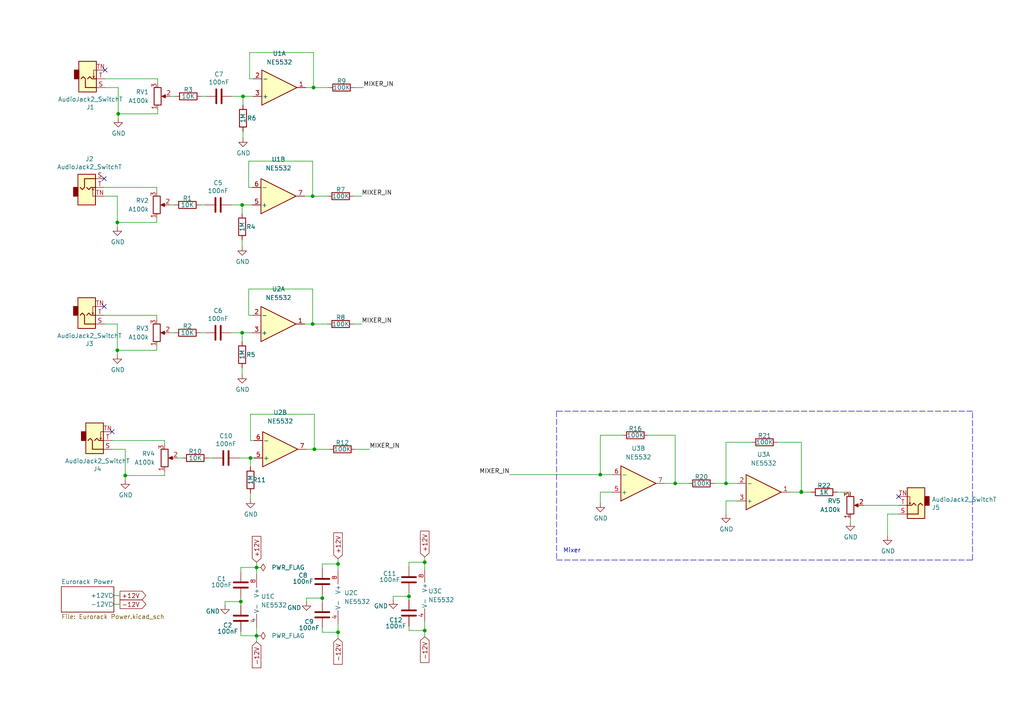
<source format=kicad_sch>
(kicad_sch (version 20211123) (generator eeschema)
  (paper "A4")
  (title_block (title "MiniMix") (rev "v1.0"))
  (lib_symbols
    (symbol "Amplifier_Operational:NE5532" (pin_names (offset 0.127))
      (property "Reference" "U" (at 0 5.08 0))
      (property "Value" "NE5532" (at 0 -5.08 0))
      (symbol "NE5532_1_1"
        (polyline (pts (xy -5.08 5.08) (xy 5.08 0) (xy -5.08 -5.08) (xy -5.08 5.08)) (stroke (width 0.254)) (fill (type background)))
        (pin output line (at 7.62 0 180) (length 2.54) (name "~") (number "1"))
        (pin input line (at -7.62 -2.54 0) (length 2.54) (name "-") (number "2"))
        (pin input line (at -7.62 2.54 0) (length 2.54) (name "+") (number "3"))
      )
      (symbol "NE5532_2_1"
        (polyline (pts (xy -5.08 5.08) (xy 5.08 0) (xy -5.08 -5.08) (xy -5.08 5.08)) (stroke (width 0.254)) (fill (type background)))
        (pin input line (at -7.62 2.54 0) (length 2.54) (name "+") (number "5"))
        (pin input line (at -7.62 -2.54 0) (length 2.54) (name "-") (number "6"))
        (pin output line (at 7.62 0 180) (length 2.54) (name "~") (number "7"))
      )
      (symbol "NE5532_3_1"
        (pin power_in line (at -2.54 -7.62 90) (length 3.81) (name "V-") (number "4"))
        (pin power_in line (at -2.54 7.62 270) (length 3.81) (name "V+") (number "8"))
      )
    )
    (symbol "Connector:AudioJack2_SwitchT"
      (property "Reference" "J" (at 0 8.89 0))
      (property "Value" "AudioJack2_SwitchT" (at 0 6.35 0))
      (symbol "AudioJack2_SwitchT_0_1"
        (rectangle (start -2.54 0) (end -3.81 -2.54) (stroke (width 0.254)) (fill (type outline)))
        (polyline (pts (xy 1.778 -0.254) (xy 2.032 -0.762)))
        (polyline (pts (xy 0 0) (xy 0.635 -0.635) (xy 1.27 0) (xy 2.54 0)) (stroke (width 0.254)))
        (polyline (pts (xy 2.54 -2.54) (xy 1.778 -2.54) (xy 1.778 -0.254) (xy 1.524 -0.762)))
        (polyline (pts (xy 2.54 2.54) (xy -0.635 2.54) (xy -0.635 0) (xy -1.27 -0.635) (xy -1.905 0)) (stroke (width 0.254)))
        (rectangle (start 2.54 3.81) (end -2.54 -5.08) (stroke (width 0.254)) (fill (type background)))
      )
      (symbol "AudioJack2_SwitchT_1_1"
        (pin passive line (at 5.08 2.54 180) (length 2.54) (name "~") (number "S"))
        (pin passive line (at 5.08 0 180) (length 2.54) (name "~") (number "T"))
        (pin passive line (at 5.08 -2.54 180) (length 2.54) (name "~") (number "TN"))
      )
    )
    (symbol "Device:C" (pin_numbers hide) (pin_names (offset 0.254))
      (property "Reference" "C" (at 0.635 2.54 0))
      (property "Value" "C" (at 0.635 -2.54 0))
      (symbol "C_0_1"
        (polyline (pts (xy -2.032 -0.762) (xy 2.032 -0.762)) (stroke (width 0.508)))
        (polyline (pts (xy -2.032 0.762) (xy 2.032 0.762)) (stroke (width 0.508)))
      )
      (symbol "C_1_1"
        (pin passive line (at 0 3.81 270) (length 2.794) (name "~") (number "1"))
        (pin passive line (at 0 -3.81 90) (length 2.794) (name "~") (number "2"))
      )
    )
    (symbol "Device:R" (pin_numbers hide) (pin_names (offset 0))
      (property "Reference" "R" (at 2.032 0 90))
      (property "Value" "R" (at 0 0 90))
      (symbol "R_0_1"
        (rectangle (start -1.016 -2.54) (end 1.016 2.54) (stroke (width 0.254)))
      )
      (symbol "R_1_1"
        (pin passive line (at 0 3.81 270) (length 1.27) (name "~") (number "1"))
        (pin passive line (at 0 -3.81 90) (length 1.27) (name "~") (number "2"))
      )
    )
    (symbol "Device:R_Potentiometer" (pin_names (offset 1.016) hide)
      (property "Reference" "RV" (at -4.445 0 90))
      (property "Value" "R_Potentiometer" (at -2.54 0 90))
      (symbol "R_Potentiometer_0_1"
        (polyline (pts (xy 2.54 0) (xy 1.524 0)))
        (polyline (pts (xy 1.143 0) (xy 2.286 0.508) (xy 2.286 -0.508) (xy 1.143 0)) (fill (type outline)))
        (rectangle (start 1.016 2.54) (end -1.016 -2.54) (stroke (width 0.254)))
      )
      (symbol "R_Potentiometer_1_1"
        (pin passive line (at 0 3.81 270) (length 1.27) (name "1") (number "1"))
        (pin passive line (at 3.81 0 180) (length 1.27) (name "2") (number "2"))
        (pin passive line (at 0 -3.81 90) (length 1.27) (name "3") (number "3"))
      )
    )
    (symbol "power:GND" (power) (pin_names (offset 0))
      (property "Value" "GND" (at 0 -3.81 0))
      (symbol "GND_0_1"
        (polyline (pts (xy 0 0) (xy 0 -1.27) (xy 1.27 -1.27) (xy 0 -2.54) (xy -1.27 -1.27) (xy 0 -1.27)))
      )
      (symbol "GND_1_1"
        (pin power_in line (at 0 0 270) (length 0) hide (name "GND") (number "1"))
      )
    )
    (symbol "power:PWR_FLAG" (power) (pin_numbers hide) (pin_names (offset 0) hide)
      (property "Value" "PWR_FLAG" (at 0 3.81 0))
      (symbol "PWR_FLAG_0_0"
        (pin power_out line (at 0 0 90) (length 0) (name "pwr") (number "1"))
      )
      (symbol "PWR_FLAG_0_1"
        (polyline (pts (xy 0 0) (xy 0 1.27) (xy -1.016 1.905) (xy 0 2.54) (xy 1.016 1.905) (xy 0 1.27)))
      )
    )
  )
  (junction (at 70.485 27.94))
  (junction (at 90.678 93.98))
  (junction (at 90.932 25.4))
  (junction (at 195.834 140.208))
  (junction (at 74.422 184.404))
  (junction (at 123.19 163.068))
  (junction (at 123.19 182.88))
  (junction (at 118.618 172.974))
  (junction (at 232.41 142.748))
  (junction (at 91.186 130.302))
  (junction (at 36.322 137.922))
  (junction (at 72.644 132.842))
  (junction (at 174.117 137.668))
  (junction (at 98.044 183.388))
  (junction (at 210.566 140.208))
  (junction (at 98.044 163.576))
  (junction (at 70.231 96.52))
  (junction (at 69.85 174.498))
  (junction (at 70.231 59.436))
  (junction (at 93.472 173.482))
  (junction (at 34.29 33.02))
  (junction (at 34.036 101.6))
  (junction (at 34.036 64.516))
  (junction (at 74.422 164.592))
  (junction (at 90.678 56.896))
  (junction (at 232.41 142.621))
  (no_connect (at 32.512 125.222))
  (no_connect (at 30.226 51.816))
  (no_connect (at 260.604 144.018))
  (no_connect (at 30.226 88.9))
  (no_connect (at 30.48 20.32))
  (wire (pts (xy 70.485 38.1) (xy 70.485 40.005)))
  (wire (pts (xy 74.422 163.068) (xy 74.422 164.592)))
  (wire (pts (xy 123.19 161.544) (xy 123.19 163.068)))
  (wire (pts (xy 90.678 56.896) (xy 90.678 46.736)))
  (wire (pts (xy 74.422 164.592) (xy 74.422 166.624)))
  (wire (pts (xy 93.472 183.388) (xy 98.044 183.388)))
  (wire (pts (xy 72.644 120.142) (xy 72.644 127.762)))
  (wire (pts (xy 195.834 140.208) (xy 199.644 140.208)))
  (wire (pts (xy 58.166 59.436) (xy 59.436 59.436)))
  (wire (pts (xy 123.19 182.88) (xy 123.19 184.658)))
  (wire (pts (xy 90.678 93.98) (xy 94.996 93.98)))
  (wire (pts (xy 72.136 91.44) (xy 73.152 91.44)))
  (wire (pts (xy 88.9 173.482) (xy 88.9 174.498)))
  (wire (pts (xy 45.466 91.44) (xy 45.466 92.71)))
  (wire (pts (xy 51.562 132.842) (xy 52.832 132.842)))
  (wire (pts (xy 69.85 174.498) (xy 65.278 174.498)))
  (wire (pts (xy 69.85 164.592) (xy 74.422 164.592)))
  (wire (pts (xy 174.117 137.668) (xy 177.546 137.668)))
  (wire (pts (xy 34.036 101.6) (xy 34.036 102.87)))
  (wire (pts (xy 32.512 127.762) (xy 47.752 127.762)))
  (wire (pts (xy 72.644 132.842) (xy 73.66 132.842)))
  (wire (pts (xy 69.342 132.842) (xy 72.644 132.842)))
  (wire (pts (xy 118.618 182.88) (xy 123.19 182.88)))
  (wire (pts (xy 91.186 130.302) (xy 95.504 130.302)))
  (wire (pts (xy 102.87 25.4) (xy 105.41 25.4)))
  (wire (pts (xy 36.322 130.302) (xy 36.322 137.922)))
  (wire (pts (xy 30.226 54.356) (xy 45.466 54.356)))
  (wire (pts (xy 36.322 137.922) (xy 36.322 139.192)))
  (wire (pts (xy 90.932 15.24) (xy 72.39 15.24)))
  (wire (pts (xy 118.618 172.974) (xy 114.046 172.974)))
  (wire (pts (xy 30.48 22.86) (xy 45.72 22.86)))
  (wire (pts (xy 34.29 25.4) (xy 34.29 33.02)))
  (wire (pts (xy 91.186 130.302) (xy 91.186 120.142)))
  (wire (pts (xy 72.39 15.24) (xy 72.39 22.86)))
  (wire (pts (xy 65.278 174.498) (xy 65.278 175.514)))
  (wire (pts (xy 180.467 126.238) (xy 174.117 126.238)))
  (polyline (pts (xy 161.417 162.433) (xy 282.067 162.433)))
  (wire (pts (xy 69.85 183.134) (xy 69.85 184.404)))
  (wire (pts (xy 32.512 130.302) (xy 36.322 130.302)))
  (wire (pts (xy 257.429 149.098) (xy 257.429 155.448)))
  (wire (pts (xy 177.546 142.748) (xy 174.117 142.748)))
  (wire (pts (xy 58.42 27.94) (xy 59.69 27.94)))
  (wire (pts (xy 88.9 130.302) (xy 91.186 130.302)))
  (wire (pts (xy 232.41 142.748) (xy 235.204 142.748)))
  (wire (pts (xy 72.136 54.356) (xy 73.152 54.356)))
  (wire (pts (xy 47.752 127.762) (xy 47.752 129.032)))
  (wire (pts (xy 207.264 140.208) (xy 210.566 140.208)))
  (wire (pts (xy 250.444 146.558) (xy 260.604 146.558)))
  (wire (pts (xy 98.044 163.576) (xy 98.044 165.608)))
  (wire (pts (xy 90.678 93.98) (xy 90.678 83.82)))
  (wire (pts (xy 98.044 162.052) (xy 98.044 163.576)))
  (wire (pts (xy 195.834 126.238) (xy 195.834 140.208)))
  (wire (pts (xy 60.452 132.842) (xy 61.722 132.842)))
  (wire (pts (xy 72.136 46.736) (xy 72.136 54.356)))
  (wire (pts (xy 225.552 128.27) (xy 232.41 128.27)))
  (wire (pts (xy 49.53 27.94) (xy 50.8 27.94)))
  (wire (pts (xy 90.678 56.896) (xy 94.996 56.896)))
  (wire (pts (xy 103.124 130.302) (xy 107.188 130.302)))
  (wire (pts (xy 74.422 184.404) (xy 74.422 186.182)))
  (wire (pts (xy 88.392 93.98) (xy 90.678 93.98)))
  (wire (pts (xy 45.72 22.86) (xy 45.72 24.13)))
  (wire (pts (xy 58.166 96.52) (xy 59.436 96.52)))
  (wire (pts (xy 210.566 140.208) (xy 213.868 140.208)))
  (wire (pts (xy 118.618 164.338) (xy 118.618 163.068)))
  (wire (pts (xy 69.85 174.498) (xy 69.85 175.514)))
  (wire (pts (xy 49.276 96.52) (xy 50.546 96.52)))
  (wire (pts (xy 118.618 171.958) (xy 118.618 172.974)))
  (wire (pts (xy 90.932 25.4) (xy 90.932 15.24)))
  (wire (pts (xy 246.634 150.368) (xy 246.634 151.384)))
  (wire (pts (xy 70.485 27.94) (xy 73.406 27.94)))
  (wire (pts (xy 45.466 101.6) (xy 45.466 100.33)))
  (wire (pts (xy 72.39 22.86) (xy 73.406 22.86)))
  (wire (pts (xy 174.117 126.238) (xy 174.117 137.668)))
  (wire (pts (xy 70.231 106.68) (xy 70.231 108.585)))
  (wire (pts (xy 36.322 137.922) (xy 47.752 137.922)))
  (wire (pts (xy 93.472 163.576) (xy 98.044 163.576)))
  (wire (pts (xy 67.056 59.436) (xy 70.231 59.436)))
  (wire (pts (xy 72.644 127.762) (xy 73.66 127.762)))
  (wire (pts (xy 70.231 69.596) (xy 70.231 71.501)))
  (wire (pts (xy 123.19 180.34) (xy 123.19 182.88)))
  (wire (pts (xy 70.231 96.52) (xy 70.231 99.06)))
  (wire (pts (xy 34.29 33.02) (xy 45.72 33.02)))
  (wire (pts (xy 210.566 145.288) (xy 213.868 145.288)))
  (wire (pts (xy 34.036 101.6) (xy 45.466 101.6)))
  (wire (pts (xy 188.087 126.238) (xy 195.834 126.238)))
  (wire (pts (xy 69.85 165.862) (xy 69.85 164.592)))
  (wire (pts (xy 34.036 56.896) (xy 34.036 64.516)))
  (wire (pts (xy 232.41 128.27) (xy 232.41 142.621)))
  (wire (pts (xy 210.566 145.288) (xy 210.566 149.098)))
  (wire (pts (xy 45.466 64.516) (xy 45.466 63.246)))
  (wire (pts (xy 67.31 27.94) (xy 70.485 27.94)))
  (wire (pts (xy 93.472 182.118) (xy 93.472 183.388)))
  (wire (pts (xy 147.828 137.668) (xy 174.117 137.668)))
  (wire (pts (xy 69.85 184.404) (xy 74.422 184.404)))
  (wire (pts (xy 33.02 175.26) (xy 34.798 175.26)))
  (wire (pts (xy 49.276 59.436) (xy 50.546 59.436)))
  (wire (pts (xy 72.136 83.82) (xy 72.136 91.44)))
  (wire (pts (xy 195.834 140.208) (xy 192.786 140.208)))
  (wire (pts (xy 91.186 120.142) (xy 72.644 120.142)))
  (wire (pts (xy 242.824 142.748) (xy 246.634 142.748)))
  (wire (pts (xy 74.422 181.864) (xy 74.422 184.404)))
  (wire (pts (xy 30.226 91.44) (xy 45.466 91.44)))
  (wire (pts (xy 33.02 172.72) (xy 34.798 172.72)))
  (wire (pts (xy 93.472 164.846) (xy 93.472 163.576)))
  (wire (pts (xy 229.108 142.748) (xy 232.41 142.748)))
  (wire (pts (xy 70.231 59.436) (xy 73.152 59.436)))
  (wire (pts (xy 93.472 172.466) (xy 93.472 173.482)))
  (wire (pts (xy 72.644 143.002) (xy 72.644 144.78)))
  (wire (pts (xy 102.616 93.98) (xy 104.902 93.98)))
  (wire (pts (xy 114.046 172.974) (xy 114.046 173.99)))
  (wire (pts (xy 88.392 56.896) (xy 90.678 56.896)))
  (polyline (pts (xy 282.067 162.433) (xy 282.067 119.253)))
  (wire (pts (xy 118.618 181.61) (xy 118.618 182.88)))
  (polyline (pts (xy 161.417 119.253) (xy 161.417 162.433)))
  (wire (pts (xy 88.646 25.4) (xy 90.932 25.4)))
  (wire (pts (xy 70.231 59.436) (xy 70.231 61.976)))
  (wire (pts (xy 90.932 25.4) (xy 95.25 25.4)))
  (wire (pts (xy 174.117 142.748) (xy 174.117 145.923)))
  (wire (pts (xy 30.226 93.98) (xy 34.036 93.98)))
  (wire (pts (xy 30.48 25.4) (xy 34.29 25.4)))
  (wire (pts (xy 260.604 149.098) (xy 257.429 149.098)))
  (wire (pts (xy 69.85 173.482) (xy 69.85 174.498)))
  (wire (pts (xy 90.678 83.82) (xy 72.136 83.82)))
  (wire (pts (xy 70.485 27.94) (xy 70.485 30.48)))
  (wire (pts (xy 93.472 173.482) (xy 88.9 173.482)))
  (wire (pts (xy 34.036 64.516) (xy 45.466 64.516)))
  (wire (pts (xy 98.044 180.848) (xy 98.044 183.388)))
  (wire (pts (xy 93.472 173.482) (xy 93.472 174.498)))
  (wire (pts (xy 90.678 46.736) (xy 72.136 46.736)))
  (wire (pts (xy 118.618 172.974) (xy 118.618 173.99)))
  (wire (pts (xy 232.41 142.621) (xy 232.41 142.748)))
  (wire (pts (xy 123.19 163.068) (xy 123.19 165.1)))
  (wire (pts (xy 118.618 163.068) (xy 123.19 163.068)))
  (wire (pts (xy 210.566 128.27) (xy 217.932 128.27)))
  (wire (pts (xy 30.226 56.896) (xy 34.036 56.896)))
  (wire (pts (xy 102.616 56.896) (xy 104.902 56.896)))
  (wire (pts (xy 98.044 183.388) (xy 98.044 185.166)))
  (wire (pts (xy 34.036 64.516) (xy 34.036 65.786)))
  (wire (pts (xy 70.231 96.52) (xy 73.152 96.52)))
  (wire (pts (xy 47.752 137.922) (xy 47.752 136.652)))
  (wire (pts (xy 45.466 54.356) (xy 45.466 55.626)))
  (wire (pts (xy 67.056 96.52) (xy 70.231 96.52)))
  (wire (pts (xy 45.72 33.02) (xy 45.72 31.75)))
  (wire (pts (xy 34.29 33.02) (xy 34.29 34.29)))
  (polyline (pts (xy 282.067 119.253) (xy 161.417 119.253)))
  (wire (pts (xy 210.566 128.27) (xy 210.566 140.208)))
  (wire (pts (xy 72.644 132.842) (xy 72.644 135.382)))
  (wire (pts (xy 34.036 93.98) (xy 34.036 101.6)))
  (text "Mixer" (at 163.322 160.528 0) (effects (font (size 1.27 1.27)) (justify left bottom)))
  (label "MIXER_IN" (at 104.902 56.896 0))
  (label "MIXER_IN" (at 105.41 25.4 0))
  (label "MIXER_IN" (at 107.188 130.302 0))
  (label "MIXER_IN" (at 104.902 93.98 0))
  (label "MIXER_IN" (at 147.828 137.668 180))
  (global_label "-12V" (shape input) (at 74.422 186.182 270) (property "Intersheet References" "${INTERSHEET_REFS}" (effects hide)))
  (global_label "-12V" (shape input) (at 123.19 184.658 270) (property "Intersheet References" "${INTERSHEET_REFS}" (effects hide)))
  (global_label "+12V" (shape input) (at 74.422 163.068 90) (property "Intersheet References" "${INTERSHEET_REFS}" (effects hide)))
  (global_label "+12V" (shape output) (at 34.798 172.72 0) (property "Intersheet References" "${INTERSHEET_REFS}" (effects hide)))
  (global_label "-12V" (shape input) (at 98.044 185.166 270) (property "Intersheet References" "${INTERSHEET_REFS}" (effects hide)))
  (global_label "+12V" (shape input) (at 123.19 161.544 90) (property "Intersheet References" "${INTERSHEET_REFS}" (effects hide)))
  (global_label "+12V" (shape input) (at 98.044 162.052 90) (property "Intersheet References" "${INTERSHEET_REFS}" (effects hide)))
  (global_label "-12V" (shape output) (at 34.798 175.26 0) (property "Intersheet References" "${INTERSHEET_REFS}" (effects hide)))
  (symbol (lib_id "Device:R") (at 221.742 128.27 270) (unit 1)
    (property "Reference" "R21" (at 221.742 126.365 90))
    (property "Value" "100K" (at 221.742 128.27 90))
    (property "Footprint" "Resistor_SMD:R_0603_1608Metric_Pad0.98x0.95mm_HandSolder" (effects hide))
    (property "Manufacturers Name" "YAGEO" (effects hide))
    (property "Manufacturers Part Number" "RC0603FR-07100KL " (effects hide))
  )
  (symbol (lib_id "power:GND") (at 65.278 175.514 0) (unit 1)
    (property "Reference" "#PWR01" (effects hide))
    (property "Value" "GND" (at 61.722 177.292 0))
  )
  (symbol (lib_id "Device:C") (at 93.472 178.308 180) (unit 1)
    (property "Reference" "C9" (at 89.662 180.34 0))
    (property "Value" "100nF" (at 89.662 182.118 0))
    (property "Footprint" "Capacitor_SMD:C_0603_1608Metric_Pad1.08x0.95mm_HandSolder" (effects hide))
    (property "Manufacturers Name" "YAGEO" (effects hide))
    (property "Manufacturers Part Number" "CC0603JRX7R9BB104" (effects hide))
  )
  (symbol (lib_id "Device:R") (at 99.06 25.4 270) (unit 1)
    (property "Reference" "R9" (at 99.06 23.495 90))
    (property "Value" "100K" (at 99.06 25.4 90))
    (property "Footprint" "Resistor_SMD:R_0603_1608Metric_Pad0.98x0.95mm_HandSolder" (effects hide))
    (property "Manufacturers Name" "YAGEO" (effects hide))
    (property "Manufacturers Part Number" "RC0603FR-07100KL " (effects hide))
  )
  (symbol (lib_id "Device:R_Potentiometer") (at 47.752 132.842 0) (mirror x) (unit 1)
    (property "Reference" "RV4" (at 44.958 131.5719 0) (effects (justify right)))
    (property "Value" "A100k" (at 44.958 134.1119 0) (effects (justify right)))
    (property "Footprint" "Potentiometer_THT:Potentiometer_Bourns_PTA4543_Single_Slide" (effects hide))
    (property "Manufacturers Name" "Bourns " (effects hide))
    (property "Manufacturers Part Number" "PTA4553-2015DPA104 " (effects hide))
  )
  (symbol (lib_id "Device:R") (at 70.231 65.786 180) (unit 1)
    (property "Reference" "R4" (at 72.771 65.786 0))
    (property "Value" "1M" (at 70.231 65.786 90))
    (property "Footprint" "Resistor_SMD:R_0603_1608Metric_Pad0.98x0.95mm_HandSolder" (effects hide))
    (property "Manufacturers Name" "YAGEO" (effects hide))
    (property "Manufacturers Part Number" "RC0603FR-071ML " (effects hide))
  )
  (symbol (lib_id "Amplifier_Operational:NE5532") (at 76.962 174.244 0) (unit 3)
    (property "Reference" "U1" (at 75.692 172.9739 0) (effects (justify left)))
    (property "Value" "NE5532" (at 75.692 175.5139 0) (effects (justify left)))
    (property "Footprint" "Package_SO:SOIC-8_3.9x4.9mm_P1.27mm" (effects hide))
    (property "Datasheet" "http://www.ti.com/lit/ds/symlink/ne5532.pdf" (effects hide))
    (property "Manufacturers Name" "Texas Instruments" (effects hide))
    (property "Manufacturers Part Number" "NE5532ADR" (effects hide))
  )
  (symbol (lib_id "power:GND") (at 88.9 174.498 0) (unit 1)
    (property "Reference" "#PWR011" (effects hide))
    (property "Value" "GND" (at 85.344 176.276 0))
  )
  (symbol (lib_id "power:GND") (at 70.231 71.501 0) (unit 1)
    (property "Reference" "#PWR08" (effects hide))
    (property "Value" "GND" (at 70.358 75.8952 0))
  )
  (symbol (lib_id "power:GND") (at 210.566 149.098 0) (unit 1)
    (property "Reference" "#PWR019" (effects hide))
    (property "Value" "GND" (at 210.693 153.4922 0))
  )
  (symbol (lib_id "Device:R") (at 98.806 56.896 270) (unit 1)
    (property "Reference" "R7" (at 98.806 54.991 90))
    (property "Value" "100K" (at 98.806 56.896 90))
    (property "Footprint" "Resistor_SMD:R_0603_1608Metric_Pad0.98x0.95mm_HandSolder" (effects hide))
    (property "Manufacturers Name" "YAGEO" (effects hide))
    (property "Manufacturers Part Number" "RC0603FR-07100KL " (effects hide))
  )
  (symbol (lib_id "Device:R_Potentiometer") (at 45.466 96.52 0) (mirror x) (unit 1)
    (property "Reference" "RV3" (at 43.18 95.2499 0) (effects (justify right)))
    (property "Value" "A100k" (at 43.18 97.7899 0) (effects (justify right)))
    (property "Footprint" "Potentiometer_THT:Potentiometer_Bourns_PTA4543_Single_Slide" (effects hide))
    (property "Manufacturers Name" "Bourns " (effects hide))
    (property "Manufacturers Part Number" "PTA4553-2015DPA104 " (effects hide))
  )
  (symbol (lib_id "power:GND") (at 174.117 145.923 0) (unit 1)
    (property "Reference" "#PWR018" (effects hide))
    (property "Value" "GND" (at 174.244 150.3172 0))
  )
  (symbol (lib_id "Device:R") (at 54.61 27.94 270) (unit 1)
    (property "Reference" "R3" (at 54.61 26.035 90))
    (property "Value" "10K" (at 54.61 27.94 90))
    (property "Footprint" "Resistor_SMD:R_0603_1608Metric_Pad0.98x0.95mm_HandSolder" (effects hide))
    (property "Manufacturers Name" "YAGEO" (effects hide))
    (property "Manufacturers Part Number" "AC0603FR-0710KL" (effects hide))
  )
  (symbol (lib_id "power:GND") (at 34.29 34.29 0) (unit 1)
    (property "Reference" "#PWR07" (effects hide))
    (property "Value" "GND" (at 34.417 38.6842 0))
  )
  (symbol (lib_id "power:GND") (at 72.644 144.78 0) (unit 1)
    (property "Reference" "#PWR014" (effects hide))
    (property "Value" "GND" (at 72.771 149.1742 0))
  )
  (symbol (lib_id "Device:R") (at 56.642 132.842 270) (unit 1)
    (property "Reference" "R10" (at 56.642 130.937 90))
    (property "Value" "10K" (at 56.642 132.842 90))
    (property "Footprint" "Resistor_SMD:R_0603_1608Metric_Pad0.98x0.95mm_HandSolder" (effects hide))
    (property "Manufacturers Name" "YAGEO" (effects hide))
    (property "Manufacturers Part Number" "AC0603FR-0710KL" (effects hide))
  )
  (symbol (lib_id "Device:R") (at 70.485 34.29 180) (unit 1)
    (property "Reference" "R6" (at 73.025 34.29 0))
    (property "Value" "1M" (at 70.485 34.29 90))
    (property "Footprint" "Resistor_SMD:R_0603_1608Metric_Pad0.98x0.95mm_HandSolder" (effects hide))
    (property "Manufacturers Name" "YAGEO" (effects hide))
    (property "Manufacturers Part Number" "RC0603FR-071ML " (effects hide))
  )
  (symbol (lib_id "power:GND") (at 246.634 151.384 0) (unit 1)
    (property "Reference" "#PWR016" (effects hide))
    (property "Value" "GND" (at 246.761 155.7782 0))
  )
  (symbol (lib_id "power:GND") (at 114.046 173.99 0) (unit 1)
    (property "Reference" "#PWR013" (effects hide))
    (property "Value" "GND" (at 110.49 175.768 0))
  )
  (symbol (lib_id "Amplifier_Operational:NE5532") (at 125.73 172.72 0) (unit 3)
    (property "Reference" "U3" (at 124.206 171.4499 0) (effects (justify left)))
    (property "Value" "NE5532" (at 124.206 173.9899 0) (effects (justify left)))
    (property "Footprint" "Package_SO:SOIC-8_3.9x4.9mm_P1.27mm" (effects hide))
    (property "Datasheet" "http://www.ti.com/lit/ds/symlink/ne5532.pdf" (effects hide))
    (property "Manufacturers Name" "Texas Instruments" (effects hide))
    (property "Manufacturers Part Number" "NE5532ADR" (effects hide))
  )
  (symbol (lib_id "Device:C") (at 93.472 168.656 180) (unit 1)
    (property "Reference" "C8" (at 87.884 166.878 0))
    (property "Value" "100nF" (at 87.884 168.656 0))
    (property "Footprint" "Capacitor_SMD:C_0603_1608Metric_Pad1.08x0.95mm_HandSolder" (effects hide))
    (property "Manufacturers Name" "YAGEO" (effects hide))
    (property "Manufacturers Part Number" "CC0603JRX7R9BB104" (effects hide))
  )
  (symbol (lib_id "Amplifier_Operational:NE5532") (at 185.166 140.208 0) (mirror x) (unit 2)
    (property "Reference" "U3" (at 185.166 130.048 0))
    (property "Value" "NE5532" (at 185.166 132.588 0))
    (property "Footprint" "Package_SO:SOIC-8_3.9x4.9mm_P1.27mm" (effects hide))
    (property "Datasheet" "http://www.ti.com/lit/ds/symlink/ne5532.pdf" (effects hide))
    (property "Manufacturers Name" "Texas Instruments" (effects hide))
    (property "Manufacturers Part Number" "NE5532ADR" (effects hide))
  )
  (symbol (lib_id "Device:R") (at 70.231 102.87 180) (unit 1)
    (property "Reference" "R5" (at 72.771 102.87 0))
    (property "Value" "1M" (at 70.231 102.87 90))
    (property "Footprint" "Resistor_SMD:R_0603_1608Metric_Pad0.98x0.95mm_HandSolder" (effects hide))
    (property "Manufacturers Name" "YAGEO" (effects hide))
    (property "Manufacturers Part Number" "RC0603FR-071ML " (effects hide))
  )
  (symbol (lib_id "power:PWR_FLAG") (at 74.422 164.592 270) (unit 1)
    (property "Reference" "#FLG02" (effects hide))
    (property "Value" "PWR_FLAG" (at 78.74 164.5919 90) (effects (justify left)))
  )
  (symbol (lib_id "Device:C") (at 118.618 177.8 180) (unit 1)
    (property "Reference" "C12" (at 114.808 179.832 0))
    (property "Value" "100nF" (at 114.808 181.61 0))
    (property "Footprint" "Capacitor_SMD:C_0603_1608Metric_Pad1.08x0.95mm_HandSolder" (effects hide))
    (property "Manufacturers Name" "YAGEO" (effects hide))
    (property "Manufacturers Part Number" "CC0603JRX7R9BB104" (effects hide))
  )
  (symbol (lib_id "power:GND") (at 36.322 139.192 0) (unit 1)
    (property "Reference" "#PWR012" (effects hide))
    (property "Value" "GND" (at 36.449 143.5862 0))
  )
  (symbol (lib_id "Device:R_Potentiometer") (at 246.634 146.558 0) (mirror x) (unit 1)
    (property "Reference" "RV5" (at 243.84 145.2879 0) (effects (justify right)))
    (property "Value" "A100k" (at 243.84 147.8279 0) (effects (justify right)))
    (property "Footprint" "benjiaomodular:Potentiometer_RV09" (effects hide))
    (property "Manufacturers Name" "ALPHA" (effects hide))
    (property "Manufacturers Part Number" "RV09AF-40-20K-A100K" (effects hide))
  )
  (symbol (lib_id "Device:R") (at 203.454 140.208 270) (unit 1)
    (property "Reference" "R20" (at 203.454 138.303 90))
    (property "Value" "100K" (at 203.454 140.208 90))
    (property "Footprint" "Resistor_SMD:R_0603_1608Metric_Pad0.98x0.95mm_HandSolder" (effects hide))
    (property "Manufacturers Name" "YAGEO" (effects hide))
    (property "Manufacturers Part Number" "RC0603FR-07100KL " (effects hide))
  )
  (symbol (lib_id "Device:R") (at 239.014 142.748 270) (unit 1)
    (property "Reference" "R22" (at 239.014 140.843 90))
    (property "Value" "1K" (at 239.014 142.748 90))
    (property "Footprint" "Resistor_SMD:R_0603_1608Metric_Pad0.98x0.95mm_HandSolder" (effects hide))
    (property "Manufacturers Name" "YAGEO" (effects hide))
    (property "Manufacturers Part Number" "RC0603FR-071KL " (effects hide))
  )
  (symbol (lib_id "Connector:AudioJack2_SwitchT") (at 25.146 54.356 0) (unit 1)
    (property "Reference" "J2" (at 25.9588 46.101 0))
    (property "Value" "AudioJack2_SwitchT" (at 25.9588 48.4124 0))
    (property "Footprint" "benjiaomodular:AudioJack_3.5mm" (effects hide))
    (property "Manufacturers Part Number" "PJ-3001F" (effects hide))
    (property "Manufacturers Name" "Tayda Electronics" (effects hide))
  )
  (symbol (lib_id "Device:C") (at 63.246 59.436 270) (unit 1)
    (property "Reference" "C5" (at 63.246 53.0352 90))
    (property "Value" "100nF" (at 63.246 55.3466 90))
    (property "Footprint" "Capacitor_SMD:C_0603_1608Metric_Pad1.08x0.95mm_HandSolder" (effects hide))
    (property "Manufacturers Name" "YAGEO" (effects hide))
    (property "Manufacturers Part Number" "CC0603JRX7R9BB104" (effects hide))
  )
  (symbol (lib_id "Device:R") (at 99.314 130.302 270) (unit 1)
    (property "Reference" "R12" (at 99.314 128.397 90))
    (property "Value" "100K" (at 99.314 130.302 90))
    (property "Footprint" "Resistor_SMD:R_0603_1608Metric_Pad0.98x0.95mm_HandSolder" (effects hide))
    (property "Manufacturers Name" "YAGEO" (effects hide))
    (property "Manufacturers Part Number" "RC0603FR-07100KL " (effects hide))
  )
  (symbol (lib_id "Connector:AudioJack2_SwitchT") (at 25.146 91.44 0) (mirror x) (unit 1)
    (property "Reference" "J3" (at 25.9588 99.695 0))
    (property "Value" "AudioJack2_SwitchT" (at 25.9588 97.3836 0))
    (property "Footprint" "benjiaomodular:AudioJack_3.5mm" (effects hide))
    (property "Manufacturers Part Number" "PJ-3001F" (effects hide))
    (property "Manufacturers Name" "Tayda Electronics" (effects hide))
  )
  (symbol (lib_id "Connector:AudioJack2_SwitchT") (at 27.432 127.762 0) (mirror x) (unit 1)
    (property "Reference" "J4" (at 28.2448 136.017 0))
    (property "Value" "AudioJack2_SwitchT" (at 28.2448 133.7056 0))
    (property "Footprint" "benjiaomodular:AudioJack_3.5mm" (effects hide))
    (property "Manufacturers Part Number" "PJ-3001F" (effects hide))
    (property "Manufacturers Name" "Tayda Electronics" (effects hide))
  )
  (symbol (lib_id "power:GND") (at 34.036 65.786 0) (unit 1)
    (property "Reference" "#PWR05" (effects hide))
    (property "Value" "GND" (at 34.163 70.1802 0))
  )
  (symbol (lib_id "Amplifier_Operational:NE5532") (at 80.772 93.98 0) (mirror x) (unit 1)
    (property "Reference" "U2" (at 80.772 83.82 0))
    (property "Value" "NE5532" (at 80.772 86.36 0))
    (property "Footprint" "Package_SO:SOIC-8_3.9x4.9mm_P1.27mm" (effects hide))
    (property "Datasheet" "http://www.ti.com/lit/ds/symlink/ne5532.pdf" (effects hide))
    (property "Manufacturers Name" "Texas Instruments" (effects hide))
    (property "Manufacturers Part Number" "NE5532ADR" (effects hide))
  )
  (symbol (lib_id "Device:R_Potentiometer") (at 45.72 27.94 0) (mirror x) (unit 1)
    (property "Reference" "RV1" (at 43.18 26.6699 0) (effects (justify right)))
    (property "Value" "A100k" (at 43.18 29.2099 0) (effects (justify right)))
    (property "Footprint" "Potentiometer_THT:Potentiometer_Bourns_PTA4543_Single_Slide" (effects hide))
    (property "Manufacturers Name" "Bourns " (effects hide))
    (property "Manufacturers Part Number" "PTA4553-2015DPA104 " (effects hide))
  )
  (symbol (lib_id "Amplifier_Operational:NE5532") (at 81.28 130.302 0) (mirror x) (unit 2)
    (property "Reference" "U2" (at 81.28 119.634 0))
    (property "Value" "NE5532" (at 81.28 122.174 0))
    (property "Footprint" "Package_SO:SOIC-8_3.9x4.9mm_P1.27mm" (effects hide))
    (property "Datasheet" "http://www.ti.com/lit/ds/symlink/ne5532.pdf" (effects hide))
    (property "Manufacturers Name" "Texas Instruments" (effects hide))
    (property "Manufacturers Part Number" "NE5532ADR" (effects hide))
  )
  (symbol (lib_id "power:GND") (at 70.231 108.585 0) (unit 1)
    (property "Reference" "#PWR09" (effects hide))
    (property "Value" "GND" (at 70.358 112.9792 0))
  )
  (symbol (lib_id "Connector:AudioJack2_SwitchT") (at 265.684 146.558 180) (unit 1)
    (property "Reference" "J5" (at 270.256 147.193 0) (effects (justify right)))
    (property "Value" "AudioJack2_SwitchT" (at 270.256 144.8816 0) (effects (justify right)))
    (property "Footprint" "benjiaomodular:AudioJack_3.5mm" (effects hide))
    (property "Manufacturers Part Number" "PJ-3001F" (effects hide))
    (property "Manufacturers Name" "Tayda Electronics" (effects hide))
  )
  (symbol (lib_id "Device:C") (at 69.85 179.324 180) (unit 1)
    (property "Reference" "C2" (at 66.04 181.356 0))
    (property "Value" "100nF" (at 66.04 183.134 0))
    (property "Footprint" "Capacitor_SMD:C_0603_1608Metric_Pad1.08x0.95mm_HandSolder" (effects hide))
    (property "Manufacturers Name" "YAGEO" (effects hide))
    (property "Manufacturers Part Number" "CC0603JRX7R9BB104" (effects hide))
  )
  (symbol (lib_id "power:PWR_FLAG") (at 74.422 184.404 270) (unit 1)
    (property "Reference" "#FLG03" (effects hide))
    (property "Value" "PWR_FLAG" (at 78.74 184.4039 90) (effects (justify left)))
  )
  (symbol (lib_id "Amplifier_Operational:NE5532") (at 80.772 56.896 0) (mirror x) (unit 2)
    (property "Reference" "U1" (at 80.772 46.228 0))
    (property "Value" "NE5532" (at 80.772 48.768 0))
    (property "Footprint" "Package_SO:SOIC-8_3.9x4.9mm_P1.27mm" (effects hide))
    (property "Datasheet" "http://www.ti.com/lit/ds/symlink/ne5532.pdf" (effects hide))
    (property "Manufacturers Name" "Texas Instruments" (effects hide))
    (property "Manufacturers Part Number" "NE5532ADR" (effects hide))
  )
  (symbol (lib_id "Device:C") (at 65.532 132.842 270) (unit 1)
    (property "Reference" "C10" (at 65.532 126.4412 90))
    (property "Value" "100nF" (at 65.532 128.7526 90))
    (property "Footprint" "Capacitor_SMD:C_0603_1608Metric_Pad1.08x0.95mm_HandSolder" (effects hide))
    (property "Manufacturers Name" "YAGEO" (effects hide))
    (property "Manufacturers Part Number" "CC0603JRX7R9BB104" (effects hide))
  )
  (symbol (lib_id "Connector:AudioJack2_SwitchT") (at 25.4 22.86 0) (mirror x) (unit 1)
    (property "Reference" "J1" (at 26.2128 31.115 0))
    (property "Value" "AudioJack2_SwitchT" (at 26.2128 28.8036 0))
    (property "Footprint" "benjiaomodular:AudioJack_3.5mm" (effects hide))
    (property "Manufacturers Part Number" "PJ-3001F" (effects hide))
    (property "Manufacturers Name" "Tayda Electronics" (effects hide))
  )
  (symbol (lib_id "Device:C") (at 63.5 27.94 270) (unit 1)
    (property "Reference" "C7" (at 63.5 21.5392 90))
    (property "Value" "100nF" (at 63.5 23.8506 90))
    (property "Footprint" "Capacitor_SMD:C_0603_1608Metric_Pad1.08x0.95mm_HandSolder" (effects hide))
    (property "Manufacturers Name" "YAGEO" (effects hide))
    (property "Manufacturers Part Number" "CC0603JRX7R9BB104" (effects hide))
  )
  (symbol (lib_id "Device:C") (at 118.618 168.148 180) (unit 1)
    (property "Reference" "C11" (at 113.03 166.37 0))
    (property "Value" "100nF" (at 113.03 168.148 0))
    (property "Footprint" "Capacitor_SMD:C_0603_1608Metric_Pad1.08x0.95mm_HandSolder" (effects hide))
    (property "Manufacturers Name" "YAGEO" (effects hide))
    (property "Manufacturers Part Number" "CC0603JRX7R9BB104" (effects hide))
  )
  (symbol (lib_id "Amplifier_Operational:NE5532") (at 81.026 25.4 0) (mirror x) (unit 1)
    (property "Reference" "U1" (at 81.026 15.494 0))
    (property "Value" "NE5532" (at 81.026 18.034 0))
    (property "Footprint" "Package_SO:SOIC-8_3.9x4.9mm_P1.27mm" (effects hide))
    (property "Datasheet" "http://www.ti.com/lit/ds/symlink/ne5532.pdf" (effects hide))
    (property "Manufacturers Name" "Texas Instruments" (effects hide))
    (property "Manufacturers Part Number" "NE5532ADR" (effects hide))
  )
  (symbol (lib_id "Device:C") (at 69.85 169.672 180) (unit 1)
    (property "Reference" "C1" (at 64.262 167.894 0))
    (property "Value" "100nF" (at 64.262 169.672 0))
    (property "Footprint" "Capacitor_SMD:C_0603_1608Metric_Pad1.08x0.95mm_HandSolder" (effects hide))
    (property "Manufacturers Name" "YAGEO" (effects hide))
    (property "Manufacturers Part Number" "CC0603JRX7R9BB104" (effects hide))
  )
  (symbol (lib_id "Device:C") (at 63.246 96.52 270) (unit 1)
    (property "Reference" "C6" (at 63.246 90.1192 90))
    (property "Value" "100nF" (at 63.246 92.4306 90))
    (property "Footprint" "Capacitor_SMD:C_0603_1608Metric_Pad1.08x0.95mm_HandSolder" (effects hide))
    (property "Manufacturers Name" "YAGEO" (effects hide))
    (property "Manufacturers Part Number" "CC0603JRX7R9BB104" (effects hide))
  )
  (symbol (lib_id "Device:R") (at 98.806 93.98 270) (unit 1)
    (property "Reference" "R8" (at 98.806 92.075 90))
    (property "Value" "100K" (at 98.806 93.98 90))
    (property "Footprint" "Resistor_SMD:R_0603_1608Metric_Pad0.98x0.95mm_HandSolder" (effects hide))
    (property "Manufacturers Name" "YAGEO" (effects hide))
    (property "Manufacturers Part Number" "RC0603FR-07100KL " (effects hide))
  )
  (symbol (lib_id "Device:R") (at 54.356 96.52 270) (unit 1)
    (property "Reference" "R2" (at 54.356 94.615 90))
    (property "Value" "10K" (at 54.356 96.52 90))
    (property "Footprint" "Resistor_SMD:R_0603_1608Metric_Pad0.98x0.95mm_HandSolder" (effects hide))
    (property "Manufacturers Name" "YAGEO" (effects hide))
    (property "Manufacturers Part Number" "AC0603FR-0710KL" (effects hide))
  )
  (symbol (lib_id "Device:R_Potentiometer") (at 45.466 59.436 0) (mirror x) (unit 1)
    (property "Reference" "RV2" (at 43.18 58.1659 0) (effects (justify right)))
    (property "Value" "A100k" (at 43.18 60.7059 0) (effects (justify right)))
    (property "Footprint" "Potentiometer_THT:Potentiometer_Bourns_PTA4543_Single_Slide" (effects hide))
    (property "Manufacturers Name" "Bourns " (effects hide))
    (property "Manufacturers Part Number" "PTA4553-2015DPA104 " (effects hide))
  )
  (symbol (lib_id "power:GND") (at 257.429 155.448 0) (unit 1)
    (property "Reference" "#PWR020" (effects hide))
    (property "Value" "GND" (at 257.556 159.8422 0))
  )
  (symbol (lib_id "Amplifier_Operational:NE5532") (at 100.584 173.228 0) (unit 3)
    (property "Reference" "U2" (at 99.822 171.9579 0) (effects (justify left)))
    (property "Value" "NE5532" (at 99.822 174.4979 0) (effects (justify left)))
    (property "Footprint" "Package_SO:SOIC-8_3.9x4.9mm_P1.27mm" (effects hide))
    (property "Datasheet" "http://www.ti.com/lit/ds/symlink/ne5532.pdf" (effects hide))
    (property "Manufacturers Name" "Texas Instruments" (effects hide))
    (property "Manufacturers Part Number" "NE5532ADR" (effects hide))
  )
  (symbol (lib_id "Amplifier_Operational:NE5532") (at 221.488 142.748 0) (mirror x) (unit 1)
    (property "Reference" "U3" (at 221.488 131.826 0))
    (property "Value" "NE5532" (at 221.488 134.366 0))
    (property "Footprint" "Package_SO:SOIC-8_3.9x4.9mm_P1.27mm" (effects hide))
    (property "Datasheet" "http://www.ti.com/lit/ds/symlink/ne5532.pdf" (effects hide))
    (property "Manufacturers Name" "Texas Instruments" (effects hide))
    (property "Manufacturers Part Number" "NE5532ADR" (effects hide))
  )
  (symbol (lib_id "Device:R") (at 184.277 126.238 270) (unit 1)
    (property "Reference" "R16" (at 184.277 124.333 90))
    (property "Value" "100K" (at 184.277 126.238 90))
    (property "Footprint" "Resistor_SMD:R_0603_1608Metric_Pad0.98x0.95mm_HandSolder" (effects hide))
    (property "Manufacturers Name" "YAGEO" (effects hide))
    (property "Manufacturers Part Number" "RC0603FR-07100KL " (effects hide))
  )
  (symbol (lib_id "power:GND") (at 70.485 40.005 0) (unit 1)
    (property "Reference" "#PWR010" (effects hide))
    (property "Value" "GND" (at 70.612 44.3992 0))
  )
  (symbol (lib_id "Device:R") (at 54.356 59.436 270) (unit 1)
    (property "Reference" "R1" (at 54.356 57.531 90))
    (property "Value" "10K" (at 54.356 59.436 90))
    (property "Footprint" "Resistor_SMD:R_0603_1608Metric_Pad0.98x0.95mm_HandSolder" (effects hide))
    (property "Manufacturers Name" "YAGEO" (effects hide))
    (property "Manufacturers Part Number" "AC0603FR-0710KL" (effects hide))
  )
  (symbol (lib_id "power:GND") (at 34.036 102.87 0) (unit 1)
    (property "Reference" "#PWR06" (effects hide))
    (property "Value" "GND" (at 34.163 107.2642 0))
  )
  (symbol (lib_id "Device:R") (at 72.644 139.192 180) (unit 1)
    (property "Reference" "R11" (at 75.184 139.192 0))
    (property "Value" "1M" (at 72.644 139.192 90))
    (property "Footprint" "Resistor_SMD:R_0603_1608Metric_Pad0.98x0.95mm_HandSolder" (effects hide))
    (property "Manufacturers Name" "YAGEO" (effects hide))
    (property "Manufacturers Part Number" "RC0603FR-071ML " (effects hide))
  )
  (sheet (at 17.78 170.18) (size 15.24 7.366) (stroke (width 0.1524))
    (property "Sheet name" "Eurorack Power" (at 17.78 169.4684 0) (effects (justify left bottom)))
    (property "Sheet file" "Eurorack Power.kicad_sch" (at 17.78 178.1306 0) (effects (justify left top)))
    (pin "+12V" output (at 33.02 172.72 0))
    (pin "-12V" output (at 33.02 175.26 0))
  )
)
</source>
